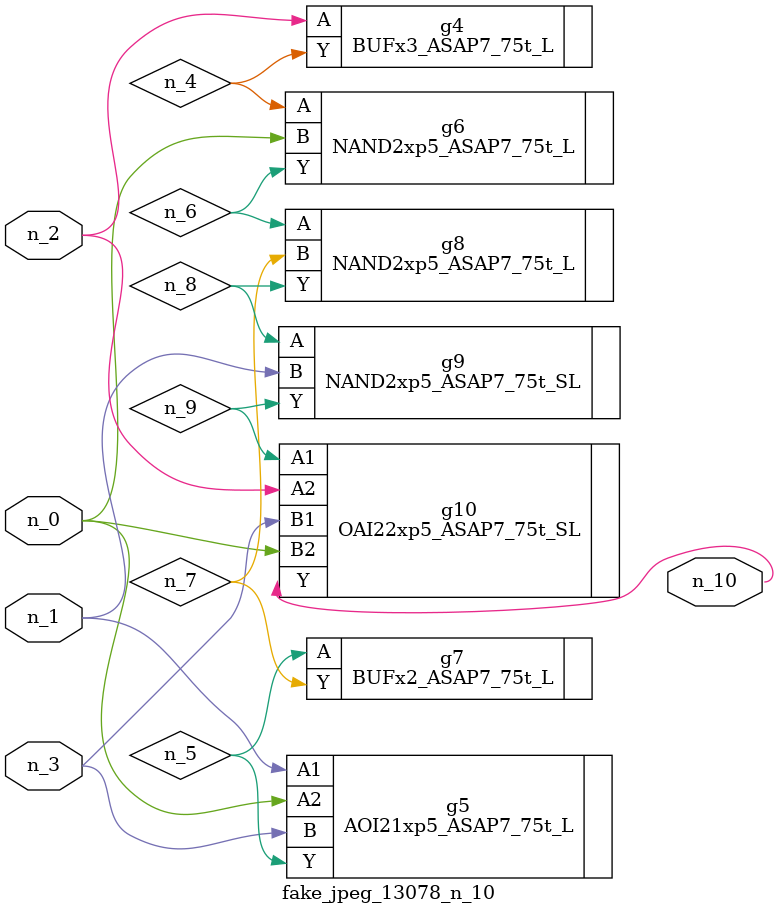
<source format=v>
module fake_jpeg_13078_n_10 (n_0, n_3, n_2, n_1, n_10);

input n_0;
input n_3;
input n_2;
input n_1;

output n_10;

wire n_4;
wire n_8;
wire n_9;
wire n_6;
wire n_5;
wire n_7;

BUFx3_ASAP7_75t_L g4 ( 
.A(n_2),
.Y(n_4)
);

AOI21xp5_ASAP7_75t_L g5 ( 
.A1(n_1),
.A2(n_0),
.B(n_3),
.Y(n_5)
);

NAND2xp5_ASAP7_75t_L g6 ( 
.A(n_4),
.B(n_0),
.Y(n_6)
);

NAND2xp5_ASAP7_75t_L g8 ( 
.A(n_6),
.B(n_7),
.Y(n_8)
);

BUFx2_ASAP7_75t_L g7 ( 
.A(n_5),
.Y(n_7)
);

NAND2xp5_ASAP7_75t_SL g9 ( 
.A(n_8),
.B(n_1),
.Y(n_9)
);

OAI22xp5_ASAP7_75t_SL g10 ( 
.A1(n_9),
.A2(n_2),
.B1(n_3),
.B2(n_0),
.Y(n_10)
);


endmodule
</source>
